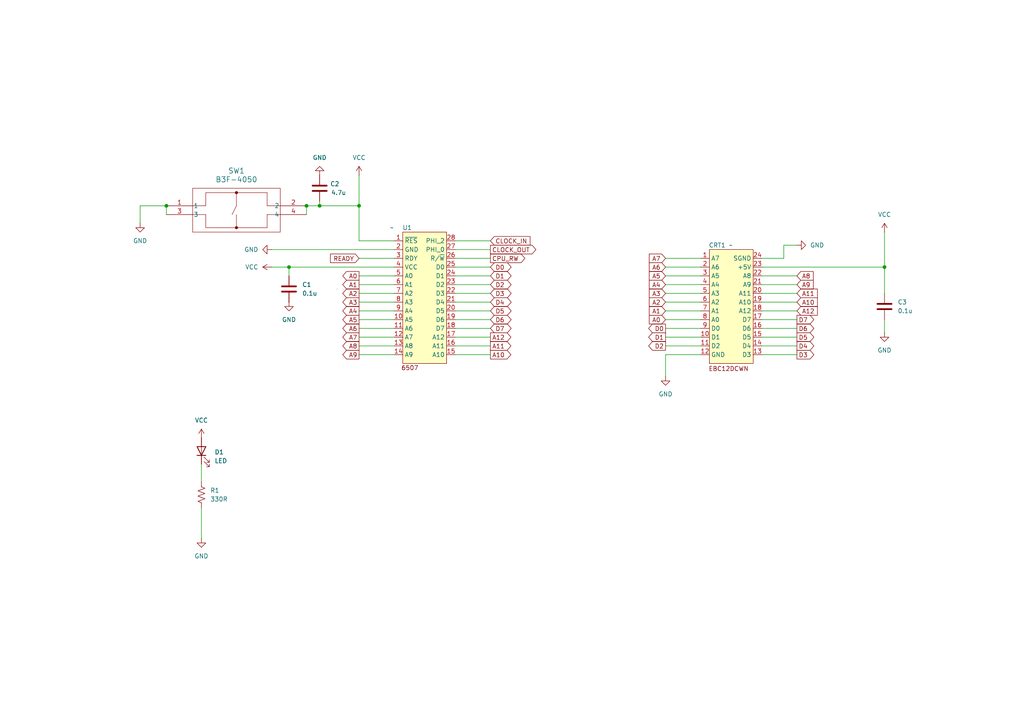
<source format=kicad_sch>
(kicad_sch (version 20231120) (generator "eeschema") (generator_version "8.0")
  (paper "A4")
  (lib_symbols
    (symbol "1_atari_library:6507"
      (property "Reference" "U" (at 0 0 0))
      (symbol "6507_0_1"
        (rectangle (start -20.32 -17.78) (end -20.32 -17.78))
      )
      (symbol "6507_1_1"
        (rectangle (start -1.27 -1.27) (end 11.43 -39.37) (fill (type background)))
        (text "6507" (at 0.762 -40.64 0) (effects (font (size 1.27 1.27))))
        (pin input line (at -3.81 -3.81 0) (length 2.54) (name "~{RES}") (number "1"))
        (pin output line (at -3.81 -26.67 0) (length 2.54) (name "A5") (number "10"))
        (pin output line (at -3.81 -29.21 0) (length 2.54) (name "A6") (number "11"))
        (pin output line (at -3.81 -31.75 0) (length 2.54) (name "A7") (number "12"))
        (pin output line (at -3.81 -34.29 0) (length 2.54) (name "A8") (number "13"))
        (pin output line (at -3.81 -36.83 0) (length 2.54) (name "A9") (number "14"))
        (pin output line (at 13.97 -36.83 180) (length 2.54) (name "A10") (number "15"))
        (pin output line (at 13.97 -34.29 180) (length 2.54) (name "A11") (number "16"))
        (pin output line (at 13.97 -31.75 180) (length 2.54) (name "A12") (number "17"))
        (pin bidirectional line (at 13.97 -29.21 180) (length 2.54) (name "D7") (number "18"))
        (pin bidirectional line (at 13.97 -26.67 180) (length 2.54) (name "D6") (number "19"))
        (pin power_in line (at -3.81 -6.35 0) (length 2.54) (name "GND") (number "2"))
        (pin bidirectional line (at 13.97 -24.13 180) (length 2.54) (name "D5") (number "20"))
        (pin bidirectional line (at 13.97 -21.59 180) (length 2.54) (name "D4") (number "21"))
        (pin bidirectional line (at 13.97 -19.05 180) (length 2.54) (name "D3") (number "22"))
        (pin bidirectional line (at 13.97 -16.51 180) (length 2.54) (name "D2") (number "23"))
        (pin bidirectional line (at 13.97 -13.97 180) (length 2.54) (name "D1") (number "24"))
        (pin bidirectional line (at 13.97 -11.43 180) (length 2.54) (name "D0") (number "25"))
        (pin output line (at 13.97 -8.89 180) (length 2.54) (name "R/~{W}") (number "26"))
        (pin input line (at 13.97 -6.35 180) (length 2.54) (name "PHI_0") (number "27"))
        (pin output line (at 13.97 -3.81 180) (length 2.54) (name "PHI_2") (number "28"))
        (pin input line (at -3.81 -8.89 0) (length 2.54) (name "RDY") (number "3"))
        (pin power_in line (at -3.81 -11.43 0) (length 2.54) (name "VCC") (number "4"))
        (pin output line (at -3.81 -13.97 0) (length 2.54) (name "A0") (number "5"))
        (pin output line (at -3.81 -16.51 0) (length 2.54) (name "A1") (number "6"))
        (pin output line (at -3.81 -19.05 0) (length 2.54) (name "A2") (number "7"))
        (pin output line (at -3.81 -21.59 0) (length 2.54) (name "A3") (number "8"))
        (pin output line (at -3.81 -24.13 0) (length 2.54) (name "A4") (number "9"))
      )
    )
    (symbol "1_atari_library:B3F-4050" (pin_names (offset 0.254))
      (property "Reference" "SW" (at 20.32 10.16 0))
      (property "Value" "B3F-4050" (at 20.32 7.62 0))
      (symbol "B3F-4050_0_1"
        (polyline (pts (xy 7.62 -7.62) (xy 33.02 -7.62)) (stroke (width 0.127)))
        (polyline (pts (xy 7.62 -2.54) (xy 11.43 -2.54)) (stroke (width 0.127)))
        (polyline (pts (xy 7.62 0) (xy 11.43 0)) (stroke (width 0.127)))
        (polyline (pts (xy 7.62 5.08) (xy 7.62 -7.62)) (stroke (width 0.127)))
        (polyline (pts (xy 11.43 -6.35) (xy 29.21 -6.35)) (stroke (width 0.127)))
        (polyline (pts (xy 11.43 -2.54) (xy 11.43 -6.35)) (stroke (width 0.127)))
        (polyline (pts (xy 11.43 0) (xy 11.43 3.81)) (stroke (width 0.127)))
        (polyline (pts (xy 20.32 -2.54) (xy 20.32 -6.35)) (stroke (width 0.127)))
        (polyline (pts (xy 20.32 0) (xy 19.05 -2.54)) (stroke (width 0.127)))
        (polyline (pts (xy 20.32 3.81) (xy 20.32 0)) (stroke (width 0.127)))
        (polyline (pts (xy 29.21 -6.35) (xy 29.21 -2.54)) (stroke (width 0.127)))
        (polyline (pts (xy 29.21 -2.54) (xy 33.02 -2.54)) (stroke (width 0.127)))
        (polyline (pts (xy 29.21 0) (xy 29.21 3.81)) (stroke (width 0.127)))
        (polyline (pts (xy 29.21 3.81) (xy 11.43 3.81)) (stroke (width 0.127)))
        (polyline (pts (xy 33.02 -7.62) (xy 33.02 5.08)) (stroke (width 0.127)))
        (polyline (pts (xy 33.02 0) (xy 29.21 0)) (stroke (width 0.127)))
        (polyline (pts (xy 33.02 5.08) (xy 7.62 5.08)) (stroke (width 0.127)))
        (circle (center 20.32 -6.35) (radius 0.254) (stroke (width 0.381)))
        (circle (center 20.32 3.81) (radius 0.254) (stroke (width 0.381)))
        (pin unspecified line (at 0 0 0) (length 7.62) (name "1") (number "1"))
        (pin unspecified line (at 40.64 0 180) (length 7.62) (name "2") (number "2"))
        (pin unspecified line (at 0 -2.54 0) (length 7.62) (name "3") (number "3"))
        (pin unspecified line (at 40.64 -2.54 180) (length 7.62) (name "4") (number "4"))
      )
    )
    (symbol "1_atari_library:EBC12DCWN"
      (property "Reference" "CRT" (at -0.762 0 0))
      (symbol "EBC12DCWN_1_1"
        (rectangle (start -2.54 -1.27) (end 10.16 -34.29) (fill (type background)))
        (text "EBC12DCWN" (at 3.048 -35.814 0) (effects (font (size 1.27 1.27))))
        (pin input line (at -5.08 -3.81 0) (length 2.54) (name "A7") (number "1"))
        (pin output line (at -5.08 -26.67 0) (length 2.54) (name "D1") (number "10"))
        (pin output line (at -5.08 -29.21 0) (length 2.54) (name "D2") (number "11"))
        (pin power_in line (at -5.08 -31.75 0) (length 2.54) (name "GND") (number "12"))
        (pin output line (at 12.7 -31.75 180) (length 2.54) (name "D3") (number "13"))
        (pin output line (at 12.7 -29.21 180) (length 2.54) (name "D4") (number "14"))
        (pin output line (at 12.7 -26.67 180) (length 2.54) (name "D5") (number "15"))
        (pin output line (at 12.7 -24.13 180) (length 2.54) (name "D6") (number "16"))
        (pin output line (at 12.7 -21.59 180) (length 2.54) (name "D7") (number "17"))
        (pin input line (at 12.7 -19.05 180) (length 2.54) (name "A12") (number "18"))
        (pin input line (at 12.7 -16.51 180) (length 2.54) (name "A10") (number "19"))
        (pin input line (at -5.08 -6.35 0) (length 2.54) (name "A6") (number "2"))
        (pin input line (at 12.7 -13.97 180) (length 2.54) (name "A11") (number "20"))
        (pin input line (at 12.7 -11.43 180) (length 2.54) (name "A9") (number "21"))
        (pin input line (at 12.7 -8.89 180) (length 2.54) (name "A8") (number "22"))
        (pin power_in line (at 12.7 -6.35 180) (length 2.54) (name "+5V") (number "23"))
        (pin power_in line (at 12.7 -3.81 180) (length 2.54) (name "SGND") (number "24"))
        (pin input line (at -5.08 -8.89 0) (length 2.54) (name "A5") (number "3"))
        (pin input line (at -5.08 -11.43 0) (length 2.54) (name "A4") (number "4"))
        (pin input line (at -5.08 -13.97 0) (length 2.54) (name "A3") (number "5"))
        (pin input line (at -5.08 -16.51 0) (length 2.54) (name "A2") (number "6"))
        (pin input line (at -5.08 -19.05 0) (length 2.54) (name "A1") (number "7"))
        (pin input line (at -5.08 -21.59 0) (length 2.54) (name "A0") (number "8"))
        (pin output line (at -5.08 -24.13 0) (length 2.54) (name "D0") (number "9"))
      )
    )
    (symbol "Device:C" (pin_numbers hide) (pin_names (offset 0.254))
      (property "Reference" "C" (at 0.635 2.54 0))
      (property "Value" "C" (at 0.635 -2.54 0))
      (symbol "C_0_1"
        (polyline (pts (xy -2.032 -0.762) (xy 2.032 -0.762)) (stroke (width 0.508)))
        (polyline (pts (xy -2.032 0.762) (xy 2.032 0.762)) (stroke (width 0.508)))
      )
      (symbol "C_1_1"
        (pin passive line (at 0 3.81 270) (length 2.794) (name "~") (number "1"))
        (pin passive line (at 0 -3.81 90) (length 2.794) (name "~") (number "2"))
      )
    )
    (symbol "Device:LED" (pin_numbers hide) (pin_names (offset 1.016) hide)
      (property "Reference" "D" (at 0 2.54 0))
      (property "Value" "LED" (at 0 -2.54 0))
      (symbol "LED_0_1"
        (polyline (pts (xy -1.27 -1.27) (xy -1.27 1.27)) (stroke (width 0.254)))
        (polyline (pts (xy -1.27 0) (xy 1.27 0)))
        (polyline (pts (xy 1.27 -1.27) (xy 1.27 1.27) (xy -1.27 0) (xy 1.27 -1.27)) (stroke (width 0.254)))
        (polyline (pts (xy -3.048 -0.762) (xy -4.572 -2.286) (xy -3.81 -2.286) (xy -4.572 -2.286) (xy -4.572 -1.524)))
        (polyline (pts (xy -1.778 -0.762) (xy -3.302 -2.286) (xy -2.54 -2.286) (xy -3.302 -2.286) (xy -3.302 -1.524)))
      )
      (symbol "LED_1_1"
        (pin passive line (at -3.81 0 0) (length 2.54) (name "K") (number "1"))
        (pin passive line (at 3.81 0 180) (length 2.54) (name "A") (number "2"))
      )
    )
    (symbol "Device:R_US" (pin_numbers hide) (pin_names (offset 0))
      (property "Reference" "R" (at 2.54 0 90))
      (property "Value" "R_US" (at -2.54 0 90))
      (symbol "R_US_0_1"
        (polyline (pts (xy 0 -2.286) (xy 0 -2.54)))
        (polyline (pts (xy 0 2.286) (xy 0 2.54)))
        (polyline (pts (xy 0 -0.762) (xy 1.016 -1.143) (xy 0 -1.524) (xy -1.016 -1.905) (xy 0 -2.286)))
        (polyline (pts (xy 0 0.762) (xy 1.016 0.381) (xy 0 0) (xy -1.016 -0.381) (xy 0 -0.762)))
        (polyline (pts (xy 0 2.286) (xy 1.016 1.905) (xy 0 1.524) (xy -1.016 1.143) (xy 0 0.762)))
      )
      (symbol "R_US_1_1"
        (pin passive line (at 0 3.81 270) (length 1.27) (name "~") (number "1"))
        (pin passive line (at 0 -3.81 90) (length 1.27) (name "~") (number "2"))
      )
    )
    (symbol "power:GND" (power) (pin_numbers hide) (pin_names (offset 0) hide)
      (property "Value" "GND" (at 0 -3.81 0))
      (symbol "GND_0_1"
        (polyline (pts (xy 0 0) (xy 0 -1.27) (xy 1.27 -1.27) (xy 0 -2.54) (xy -1.27 -1.27) (xy 0 -1.27)))
      )
      (symbol "GND_1_1"
        (pin power_in line (at 0 0 270) (length 0) (name "~") (number "1"))
      )
    )
    (symbol "power:VCC" (power) (pin_numbers hide) (pin_names (offset 0) hide)
      (property "Value" "VCC" (at 0 3.556 0))
      (symbol "VCC_0_1"
        (polyline (pts (xy -0.762 1.27) (xy 0 2.54)))
        (polyline (pts (xy 0 0) (xy 0 2.54)))
        (polyline (pts (xy 0 2.54) (xy 0.762 1.27)))
      )
      (symbol "VCC_1_1"
        (pin power_in line (at 0 0 90) (length 0) (name "~") (number "1"))
      )
    )
  )
  (junction (at 256.54 77.47))
  (junction (at 88.9 59.69))
  (junction (at 92.71 59.69))
  (junction (at 83.82 77.47))
  (junction (at 48.26 59.69))
  (junction (at 104.14 59.69))
  (wire (pts (xy 92.71 58.42) (xy 92.71 59.69)))
  (wire (pts (xy 104.14 74.93) (xy 114.3 74.93)))
  (wire (pts (xy 220.98 97.79) (xy 231.14 97.79)))
  (wire (pts (xy 40.64 59.69) (xy 48.26 59.69)))
  (wire (pts (xy 193.04 82.55) (xy 203.2 82.55)))
  (wire (pts (xy 132.08 97.79) (xy 142.24 97.79)))
  (wire (pts (xy 193.04 95.25) (xy 203.2 95.25)))
  (wire (pts (xy 132.08 85.09) (xy 142.24 85.09)))
  (wire (pts (xy 104.14 100.33) (xy 114.3 100.33)))
  (wire (pts (xy 220.98 80.01) (xy 231.14 80.01)))
  (wire (pts (xy 132.08 95.25) (xy 142.24 95.25)))
  (wire (pts (xy 104.14 69.85) (xy 114.3 69.85)))
  (wire (pts (xy 104.14 85.09) (xy 114.3 85.09)))
  (wire (pts (xy 220.98 82.55) (xy 231.14 82.55)))
  (wire (pts (xy 193.04 90.17) (xy 203.2 90.17)))
  (wire (pts (xy 104.14 50.8) (xy 104.14 59.69)))
  (wire (pts (xy 104.14 97.79) (xy 114.3 97.79)))
  (wire (pts (xy 220.98 95.25) (xy 231.14 95.25)))
  (wire (pts (xy 256.54 77.47) (xy 256.54 85.09)))
  (wire (pts (xy 256.54 67.31) (xy 256.54 77.47)))
  (wire (pts (xy 132.08 90.17) (xy 142.24 90.17)))
  (wire (pts (xy 132.08 80.01) (xy 142.24 80.01)))
  (wire (pts (xy 104.14 87.63) (xy 114.3 87.63)))
  (wire (pts (xy 220.98 74.93) (xy 227.33 74.93)))
  (wire (pts (xy 132.08 100.33) (xy 142.24 100.33)))
  (wire (pts (xy 132.08 82.55) (xy 142.24 82.55)))
  (wire (pts (xy 92.71 59.69) (xy 104.14 59.69)))
  (wire (pts (xy 88.9 59.69) (xy 92.71 59.69)))
  (wire (pts (xy 132.08 69.85) (xy 142.24 69.85)))
  (wire (pts (xy 104.14 59.69) (xy 104.14 69.85)))
  (wire (pts (xy 220.98 90.17) (xy 231.14 90.17)))
  (wire (pts (xy 220.98 87.63) (xy 231.14 87.63)))
  (wire (pts (xy 193.04 100.33) (xy 203.2 100.33)))
  (wire (pts (xy 104.14 82.55) (xy 114.3 82.55)))
  (wire (pts (xy 220.98 85.09) (xy 231.14 85.09)))
  (wire (pts (xy 78.74 72.39) (xy 114.3 72.39)))
  (wire (pts (xy 132.08 92.71) (xy 142.24 92.71)))
  (wire (pts (xy 220.98 102.87) (xy 231.14 102.87)))
  (wire (pts (xy 83.82 77.47) (xy 114.3 77.47)))
  (wire (pts (xy 193.04 102.87) (xy 193.04 109.22)))
  (wire (pts (xy 132.08 72.39) (xy 142.24 72.39)))
  (wire (pts (xy 220.98 100.33) (xy 231.14 100.33)))
  (wire (pts (xy 227.33 71.12) (xy 231.14 71.12)))
  (wire (pts (xy 193.04 74.93) (xy 203.2 74.93)))
  (wire (pts (xy 104.14 92.71) (xy 114.3 92.71)))
  (wire (pts (xy 48.26 59.69) (xy 48.26 62.23)))
  (wire (pts (xy 193.04 92.71) (xy 203.2 92.71)))
  (wire (pts (xy 104.14 90.17) (xy 114.3 90.17)))
  (wire (pts (xy 227.33 74.93) (xy 227.33 71.12)))
  (wire (pts (xy 104.14 95.25) (xy 114.3 95.25)))
  (wire (pts (xy 220.98 77.47) (xy 256.54 77.47)))
  (wire (pts (xy 132.08 87.63) (xy 142.24 87.63)))
  (wire (pts (xy 58.42 134.62) (xy 58.42 139.7)))
  (wire (pts (xy 193.04 102.87) (xy 203.2 102.87)))
  (wire (pts (xy 83.82 77.47) (xy 83.82 80.01)))
  (wire (pts (xy 193.04 97.79) (xy 203.2 97.79)))
  (wire (pts (xy 256.54 92.71) (xy 256.54 96.52)))
  (wire (pts (xy 58.42 147.32) (xy 58.42 156.21)))
  (wire (pts (xy 220.98 92.71) (xy 231.14 92.71)))
  (wire (pts (xy 193.04 77.47) (xy 203.2 77.47)))
  (wire (pts (xy 104.14 80.01) (xy 114.3 80.01)))
  (wire (pts (xy 132.08 74.93) (xy 142.24 74.93)))
  (wire (pts (xy 78.74 77.47) (xy 83.82 77.47)))
  (wire (pts (xy 132.08 102.87) (xy 142.24 102.87)))
  (wire (pts (xy 40.64 64.77) (xy 40.64 59.69)))
  (wire (pts (xy 193.04 85.09) (xy 203.2 85.09)))
  (wire (pts (xy 88.9 59.69) (xy 88.9 62.23)))
  (wire (pts (xy 193.04 87.63) (xy 203.2 87.63)))
  (wire (pts (xy 193.04 80.01) (xy 203.2 80.01)))
  (wire (pts (xy 132.08 77.47) (xy 142.24 77.47)))
  (wire (pts (xy 104.14 102.87) (xy 114.3 102.87)))
  (global_label "CPU_RW" (shape output) (at 142.24 74.93 0) (property "Intersheetrefs" "${INTERSHEET_REFS}" (effects (hide yes))))
  (global_label "D6" (shape bidirectional) (at 142.24 92.71 0) (property "Intersheetrefs" "${INTERSHEET_REFS}" (effects (hide yes))))
  (global_label "D3" (shape bidirectional) (at 142.24 85.09 0) (property "Intersheetrefs" "${INTERSHEET_REFS}" (effects (hide yes))))
  (global_label "A1" (shape output) (at 104.14 82.55 180) (property "Intersheetrefs" "${INTERSHEET_REFS}" (effects (hide yes))))
  (global_label "A3" (shape input) (at 193.04 85.09 180) (property "Intersheetrefs" "${INTERSHEET_REFS}" (effects (hide yes))))
  (global_label "D7" (shape bidirectional) (at 142.24 95.25 0) (property "Intersheetrefs" "${INTERSHEET_REFS}" (effects (hide yes))))
  (global_label "A5" (shape output) (at 104.14 92.71 180) (property "Intersheetrefs" "${INTERSHEET_REFS}" (effects (hide yes))))
  (global_label "A10" (shape input) (at 231.14 87.63 0) (property "Intersheetrefs" "${INTERSHEET_REFS}" (effects (hide yes))))
  (global_label "A5" (shape input) (at 193.04 80.01 180) (property "Intersheetrefs" "${INTERSHEET_REFS}" (effects (hide yes))))
  (global_label "A4" (shape input) (at 193.04 82.55 180) (property "Intersheetrefs" "${INTERSHEET_REFS}" (effects (hide yes))))
  (global_label "READY" (shape input) (at 104.14 74.93 180) (property "Intersheetrefs" "${INTERSHEET_REFS}" (effects (hide yes))))
  (global_label "A2" (shape output) (at 104.14 85.09 180) (property "Intersheetrefs" "${INTERSHEET_REFS}" (effects (hide yes))))
  (global_label "CLOCK_OUT" (shape output) (at 142.24 72.39 0) (property "Intersheetrefs" "${INTERSHEET_REFS}" (effects (hide yes))))
  (global_label "A6" (shape input) (at 193.04 77.47 180) (property "Intersheetrefs" "${INTERSHEET_REFS}" (effects (hide yes))))
  (global_label "D5" (shape bidirectional) (at 142.24 90.17 0) (property "Intersheetrefs" "${INTERSHEET_REFS}" (effects (hide yes))))
  (global_label "A6" (shape output) (at 104.14 95.25 180) (property "Intersheetrefs" "${INTERSHEET_REFS}" (effects (hide yes))))
  (global_label "D5" (shape output) (at 231.14 97.79 0) (property "Intersheetrefs" "${INTERSHEET_REFS}" (effects (hide yes))))
  (global_label "A1" (shape input) (at 193.04 90.17 180) (property "Intersheetrefs" "${INTERSHEET_REFS}" (effects (hide yes))))
  (global_label "A11" (shape input) (at 231.14 85.09 0) (property "Intersheetrefs" "${INTERSHEET_REFS}" (effects (hide yes))))
  (global_label "A11" (shape output) (at 142.24 100.33 0) (property "Intersheetrefs" "${INTERSHEET_REFS}" (effects (hide yes))))
  (global_label "A9" (shape input) (at 231.14 82.55 0) (property "Intersheetrefs" "${INTERSHEET_REFS}" (effects (hide yes))))
  (global_label "D1" (shape output) (at 193.04 97.79 180) (property "Intersheetrefs" "${INTERSHEET_REFS}" (effects (hide yes))))
  (global_label "A9" (shape output) (at 104.14 102.87 180) (property "Intersheetrefs" "${INTERSHEET_REFS}" (effects (hide yes))))
  (global_label "D0" (shape bidirectional) (at 142.24 77.47 0) (property "Intersheetrefs" "${INTERSHEET_REFS}" (effects (hide yes))))
  (global_label "D4" (shape output) (at 231.14 100.33 0) (property "Intersheetrefs" "${INTERSHEET_REFS}" (effects (hide yes))))
  (global_label "A2" (shape input) (at 193.04 87.63 180) (property "Intersheetrefs" "${INTERSHEET_REFS}" (effects (hide yes))))
  (global_label "D2" (shape bidirectional) (at 142.24 82.55 0) (property "Intersheetrefs" "${INTERSHEET_REFS}" (effects (hide yes))))
  (global_label "A0" (shape output) (at 104.14 80.01 180) (property "Intersheetrefs" "${INTERSHEET_REFS}" (effects (hide yes))))
  (global_label "CLOCK_IN" (shape input) (at 142.24 69.85 0) (property "Intersheetrefs" "${INTERSHEET_REFS}" (effects (hide yes))))
  (global_label "D2" (shape output) (at 193.04 100.33 180) (property "Intersheetrefs" "${INTERSHEET_REFS}" (effects (hide yes))))
  (global_label "A10" (shape output) (at 142.24 102.87 0) (property "Intersheetrefs" "${INTERSHEET_REFS}" (effects (hide yes))))
  (global_label "A8" (shape output) (at 104.14 100.33 180) (property "Intersheetrefs" "${INTERSHEET_REFS}" (effects (hide yes))))
  (global_label "D4" (shape bidirectional) (at 142.24 87.63 0) (property "Intersheetrefs" "${INTERSHEET_REFS}" (effects (hide yes))))
  (global_label "A7" (shape output) (at 104.14 97.79 180) (property "Intersheetrefs" "${INTERSHEET_REFS}" (effects (hide yes))))
  (global_label "D7" (shape output) (at 231.14 92.71 0) (property "Intersheetrefs" "${INTERSHEET_REFS}" (effects (hide yes))))
  (global_label "D6" (shape output) (at 231.14 95.25 0) (property "Intersheetrefs" "${INTERSHEET_REFS}" (effects (hide yes))))
  (global_label "A12" (shape input) (at 231.14 90.17 0) (property "Intersheetrefs" "${INTERSHEET_REFS}" (effects (hide yes))))
  (global_label "A0" (shape input) (at 193.04 92.71 180) (property "Intersheetrefs" "${INTERSHEET_REFS}" (effects (hide yes))))
  (global_label "A12" (shape output) (at 142.24 97.79 0) (property "Intersheetrefs" "${INTERSHEET_REFS}" (effects (hide yes))))
  (global_label "D1" (shape bidirectional) (at 142.24 80.01 0) (property "Intersheetrefs" "${INTERSHEET_REFS}" (effects (hide yes))))
  (global_label "A3" (shape output) (at 104.14 87.63 180) (property "Intersheetrefs" "${INTERSHEET_REFS}" (effects (hide yes))))
  (global_label "D0" (shape output) (at 193.04 95.25 180) (property "Intersheetrefs" "${INTERSHEET_REFS}" (effects (hide yes))))
  (global_label "A4" (shape output) (at 104.14 90.17 180) (property "Intersheetrefs" "${INTERSHEET_REFS}" (effects (hide yes))))
  (global_label "A7" (shape input) (at 193.04 74.93 180) (property "Intersheetrefs" "${INTERSHEET_REFS}" (effects (hide yes))))
  (global_label "D3" (shape output) (at 231.14 102.87 0) (property "Intersheetrefs" "${INTERSHEET_REFS}" (effects (hide yes))))
  (global_label "A8" (shape input) (at 231.14 80.01 0) (property "Intersheetrefs" "${INTERSHEET_REFS}" (effects (hide yes))))
  (symbol (lib_id "power:GND") (at 231.14 71.12 90) (unit 1)
    (property "Reference" "#PWR010" (effects (hide yes)))
    (property "Value" "GND" (at 234.95 71.1199 90) (effects (justify right)))
    (property "Description" "Power symbol creates a global label with name \"GND\" , ground" (effects (hide yes)))
  )
  (symbol (lib_id "power:VCC") (at 104.14 50.8 0) (unit 1)
    (property "Reference" "#PWR08" (effects (hide yes)))
    (property "Value" "VCC" (at 104.14 45.72 0))
    (property "Description" "Power symbol creates a global label with name \"VCC\"" (effects (hide yes)))
  )
  (symbol (lib_id "power:GND") (at 78.74 72.39 270) (unit 1)
    (property "Reference" "#PWR04" (effects (hide yes)))
    (property "Value" "GND" (at 74.93 72.3899 90) (effects (justify right)))
    (property "Description" "Power symbol creates a global label with name \"GND\" , ground" (effects (hide yes)))
  )
  (symbol (lib_id "power:VCC") (at 78.74 77.47 90) (unit 1)
    (property "Reference" "#PWR05" (effects (hide yes)))
    (property "Value" "VCC" (at 74.93 77.4699 90) (effects (justify left)))
    (property "Description" "Power symbol creates a global label with name \"VCC\"" (effects (hide yes)))
  )
  (symbol (lib_id "Device:C") (at 256.54 88.9 0) (unit 1)
    (property "Reference" "C3" (at 260.35 87.6299 0) (effects (justify left)))
    (property "Value" "0.1u" (at 260.35 90.1699 0) (effects (justify left)))
    (property "Description" "Unpolarized capacitor" (effects (hide yes)))
  )
  (symbol (lib_id "1_atari_library:EBC12DCWN") (at 208.28 71.12 0) (unit 1)
    (property "Reference" "CRT1" (at 208.026 71.12 0))
    (property "Value" "~" (at 211.9709 71.12 0))
  )
  (symbol (lib_id "Device:LED") (at 58.42 130.81 90) (unit 1)
    (property "Reference" "D1" (at 62.23 131.1274 90) (effects (justify right)))
    (property "Value" "LED" (at 62.23 133.6674 90) (effects (justify right)))
    (property "Footprint" "Diode_SMD:D_MiniMELF_Handsoldering" (effects (hide yes)))
    (property "Description" "Light emitting diode" (effects (hide yes)))
  )
  (symbol (lib_id "power:GND") (at 40.64 64.77 0) (unit 1)
    (property "Reference" "#PWR01" (effects (hide yes)))
    (property "Value" "GND" (at 40.64 69.85 0))
    (property "Description" "Power symbol creates a global label with name \"GND\" , ground" (effects (hide yes)))
  )
  (symbol (lib_id "power:GND") (at 256.54 96.52 0) (unit 1)
    (property "Reference" "#PWR012" (effects (hide yes)))
    (property "Value" "GND" (at 256.54 101.6 0))
    (property "Description" "Power symbol creates a global label with name \"GND\" , ground" (effects (hide yes)))
  )
  (symbol (lib_id "1_atari_library:B3F-4050") (at 48.26 59.69 0) (unit 1)
    (property "Reference" "SW1" (at 68.58 49.53 0) (effects (font (size 1.524 1.524))))
    (property "Value" "B3F-4050" (at 68.58 52.07 0) (effects (font (size 1.524 1.524))))
    (property "Footprint" "SW_B3F-4050_OMR" (effects (hide yes)))
    (property "Datasheet" "B3F-4050" (effects (hide yes)))
  )
  (symbol (lib_id "power:GND") (at 92.71 50.8 180) (unit 1)
    (property "Reference" "#PWR07" (effects (hide yes)))
    (property "Value" "GND" (at 92.71 45.72 0))
    (property "Description" "Power symbol creates a global label with name \"GND\" , ground" (effects (hide yes)))
  )
  (symbol (lib_id "1_atari_library:6507") (at 118.11 66.04 0) (unit 1)
    (property "Reference" "U1" (at 118.11 66.04 0))
    (property "Value" "~" (at 113.665 66.04 0))
  )
  (symbol (lib_id "power:GND") (at 83.82 87.63 0) (unit 1)
    (property "Reference" "#PWR06" (effects (hide yes)))
    (property "Value" "GND" (at 83.82 92.71 0))
    (property "Description" "Power symbol creates a global label with name \"GND\" , ground" (effects (hide yes)))
  )
  (symbol (lib_id "power:VCC") (at 256.54 67.31 0) (unit 1)
    (property "Reference" "#PWR011" (effects (hide yes)))
    (property "Value" "VCC" (at 256.54 62.23 0))
    (property "Description" "Power symbol creates a global label with name \"VCC\"" (effects (hide yes)))
  )
  (symbol (lib_id "power:GND") (at 58.42 156.21 0) (unit 1)
    (property "Reference" "#PWR03" (effects (hide yes)))
    (property "Value" "GND" (at 58.42 161.29 0))
    (property "Description" "Power symbol creates a global label with name \"GND\" , ground" (effects (hide yes)))
  )
  (symbol (lib_id "Device:R_US") (at 58.42 143.51 0) (unit 1)
    (property "Reference" "R1" (at 60.96 142.2399 0) (effects (justify left)))
    (property "Value" "330R" (at 60.96 144.7799 0) (effects (justify left)))
    (property "Footprint" "Resistor_SMD:R_0805_2012Metric_Pad1.20x1.40mm_HandSolder" (effects (hide yes)))
    (property "Description" "Resistor, US symbol" (effects (hide yes)))
  )
  (symbol (lib_id "Device:C") (at 92.71 54.61 0) (unit 1)
    (property "Reference" "C2" (at 95.758 53.34 0) (effects (justify left)))
    (property "Value" "4.7u" (at 96.012 55.88 0) (effects (justify left)))
    (property "Description" "Unpolarized capacitor" (effects (hide yes)))
  )
  (symbol (lib_id "power:GND") (at 193.04 109.22 0) (unit 1)
    (property "Reference" "#PWR09" (effects (hide yes)))
    (property "Value" "GND" (at 193.04 114.3 0))
    (property "Description" "Power symbol creates a global label with name \"GND\" , ground" (effects (hide yes)))
  )
  (symbol (lib_id "Device:C") (at 83.82 83.82 0) (unit 1)
    (property "Reference" "C1" (at 87.63 82.5499 0) (effects (justify left)))
    (property "Value" "0.1u" (at 87.63 85.0899 0) (effects (justify left)))
    (property "Description" "Unpolarized capacitor" (effects (hide yes)))
  )
  (symbol (lib_id "power:VCC") (at 58.42 127 0) (unit 1)
    (property "Reference" "#PWR02" (effects (hide yes)))
    (property "Value" "VCC" (at 58.42 121.92 0))
    (property "Description" "Power symbol creates a global label with name \"VCC\"" (effects (hide yes)))
  )
)
</source>
